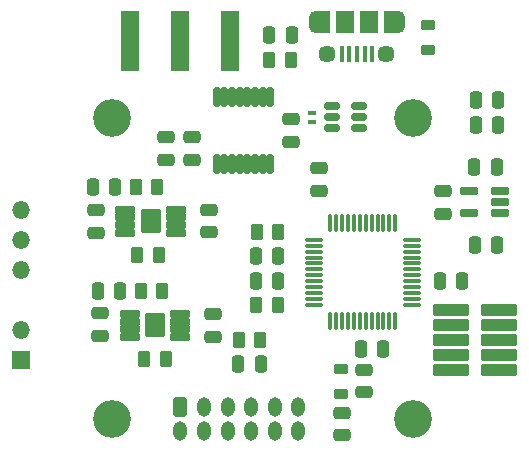
<source format=gbr>
%TF.GenerationSoftware,KiCad,Pcbnew,8.0.8*%
%TF.CreationDate,2025-04-15T16:12:00+02:00*%
%TF.ProjectId,gFocus,67466f63-7573-42e6-9b69-6361645f7063,rev?*%
%TF.SameCoordinates,Original*%
%TF.FileFunction,Soldermask,Top*%
%TF.FilePolarity,Negative*%
%FSLAX46Y46*%
G04 Gerber Fmt 4.6, Leading zero omitted, Abs format (unit mm)*
G04 Created by KiCad (PCBNEW 8.0.8) date 2025-04-15 16:12:00*
%MOMM*%
%LPD*%
G01*
G04 APERTURE LIST*
G04 Aperture macros list*
%AMRoundRect*
0 Rectangle with rounded corners*
0 $1 Rounding radius*
0 $2 $3 $4 $5 $6 $7 $8 $9 X,Y pos of 4 corners*
0 Add a 4 corners polygon primitive as box body*
4,1,4,$2,$3,$4,$5,$6,$7,$8,$9,$2,$3,0*
0 Add four circle primitives for the rounded corners*
1,1,$1+$1,$2,$3*
1,1,$1+$1,$4,$5*
1,1,$1+$1,$6,$7*
1,1,$1+$1,$8,$9*
0 Add four rect primitives between the rounded corners*
20,1,$1+$1,$2,$3,$4,$5,0*
20,1,$1+$1,$4,$5,$6,$7,0*
20,1,$1+$1,$6,$7,$8,$9,0*
20,1,$1+$1,$8,$9,$2,$3,0*%
G04 Aperture macros list end*
%ADD10R,1.500000X1.500000*%
%ADD11O,1.500000X1.500000*%
%ADD12RoundRect,0.250000X0.475000X-0.250000X0.475000X0.250000X-0.475000X0.250000X-0.475000X-0.250000X0*%
%ADD13RoundRect,0.250000X0.250000X0.475000X-0.250000X0.475000X-0.250000X-0.475000X0.250000X-0.475000X0*%
%ADD14RoundRect,0.250000X-0.250000X-0.475000X0.250000X-0.475000X0.250000X0.475000X-0.250000X0.475000X0*%
%ADD15RoundRect,0.250000X0.262500X0.450000X-0.262500X0.450000X-0.262500X-0.450000X0.262500X-0.450000X0*%
%ADD16C,3.200000*%
%ADD17RoundRect,0.250000X-0.475000X0.250000X-0.475000X-0.250000X0.475000X-0.250000X0.475000X0.250000X0*%
%ADD18RoundRect,0.250000X-0.262500X-0.450000X0.262500X-0.450000X0.262500X0.450000X-0.262500X0.450000X0*%
%ADD19R,0.400000X1.350000*%
%ADD20O,1.200000X1.900000*%
%ADD21R,1.200000X1.900000*%
%ADD22C,1.450000*%
%ADD23R,1.500000X1.900000*%
%ADD24RoundRect,0.085500X0.751500X0.256500X-0.751500X0.256500X-0.751500X-0.256500X0.751500X-0.256500X0*%
%ADD25RoundRect,0.102000X0.712500X0.880000X-0.712500X0.880000X-0.712500X-0.880000X0.712500X-0.880000X0*%
%ADD26RoundRect,0.150000X-0.512500X-0.150000X0.512500X-0.150000X0.512500X0.150000X-0.512500X0.150000X0*%
%ADD27RoundRect,0.250000X-0.350000X-0.575000X0.350000X-0.575000X0.350000X0.575000X-0.350000X0.575000X0*%
%ADD28O,1.200000X1.650000*%
%ADD29RoundRect,0.075000X0.075000X-0.662500X0.075000X0.662500X-0.075000X0.662500X-0.075000X-0.662500X0*%
%ADD30RoundRect,0.075000X0.662500X-0.075000X0.662500X0.075000X-0.662500X0.075000X-0.662500X-0.075000X0*%
%ADD31RoundRect,0.102000X1.395000X-0.370000X1.395000X0.370000X-1.395000X0.370000X-1.395000X-0.370000X0*%
%ADD32RoundRect,0.050000X-0.300000X0.150000X-0.300000X-0.150000X0.300000X-0.150000X0.300000X0.150000X0*%
%ADD33RoundRect,0.214900X-0.092100X0.622100X-0.092100X-0.622100X0.092100X-0.622100X0.092100X0.622100X0*%
%ADD34RoundRect,0.218750X-0.381250X0.218750X-0.381250X-0.218750X0.381250X-0.218750X0.381250X0.218750X0*%
%ADD35RoundRect,0.162500X0.617500X0.162500X-0.617500X0.162500X-0.617500X-0.162500X0.617500X-0.162500X0*%
%ADD36R,1.500000X5.080000*%
G04 APERTURE END LIST*
D10*
%TO.C,U1*%
X125500000Y-105382500D03*
D11*
X125500000Y-102842500D03*
X125500000Y-97762500D03*
X125500000Y-95222500D03*
X125500000Y-92682500D03*
%TD*%
D12*
%TO.C,C9*%
X150700000Y-91100000D03*
X150700000Y-89200000D03*
%TD*%
D13*
%TO.C,C7*%
X165850000Y-83400000D03*
X163950000Y-83400000D03*
%TD*%
D14*
%TO.C,C25*%
X146500000Y-77900000D03*
X148400000Y-77900000D03*
%TD*%
D15*
%TO.C,R8*%
X148325000Y-80000000D03*
X146500000Y-80000000D03*
%TD*%
D16*
%TO.C,H2*%
X158650000Y-110400000D03*
%TD*%
D12*
%TO.C,C5*%
X141400000Y-94600000D03*
X141400000Y-92700000D03*
%TD*%
D17*
%TO.C,C10*%
X139900000Y-86550000D03*
X139900000Y-88450000D03*
%TD*%
%TO.C,C12*%
X137700000Y-86550000D03*
X137700000Y-88450000D03*
%TD*%
D12*
%TO.C,C6*%
X141700000Y-103450000D03*
X141700000Y-101550000D03*
%TD*%
D14*
%TO.C,C19*%
X160900000Y-98750000D03*
X162800000Y-98750000D03*
%TD*%
%TO.C,C22*%
X165800000Y-95650000D03*
X163900000Y-95650000D03*
%TD*%
D13*
%TO.C,C17*%
X147250000Y-98750000D03*
X145350000Y-98750000D03*
%TD*%
%TO.C,C23*%
X163850000Y-89100000D03*
X165750000Y-89100000D03*
%TD*%
D18*
%TO.C,R7*%
X145425000Y-94600000D03*
X147250000Y-94600000D03*
%TD*%
D15*
%TO.C,R4*%
X137712500Y-105300000D03*
X135887500Y-105300000D03*
%TD*%
D12*
%TO.C,C14*%
X148300000Y-86950000D03*
X148300000Y-85050000D03*
%TD*%
D19*
%TO.C,J4*%
X155200000Y-79500000D03*
X154550000Y-79500000D03*
X153900000Y-79500000D03*
X153250000Y-79500000D03*
X152600000Y-79500000D03*
D20*
X157400000Y-76800000D03*
D21*
X156800000Y-76800000D03*
D22*
X156400000Y-79500000D03*
D23*
X154900000Y-76800000D03*
X152900000Y-76800000D03*
D22*
X151400000Y-79500000D03*
D21*
X151000000Y-76800000D03*
D20*
X150400000Y-76800000D03*
%TD*%
D12*
%TO.C,C3*%
X131800000Y-94650000D03*
X131800000Y-92750000D03*
%TD*%
D14*
%TO.C,C16*%
X145350000Y-96650000D03*
X147250000Y-96650000D03*
%TD*%
D24*
%TO.C,U3*%
X138600000Y-94650000D03*
X138600000Y-94000000D03*
X138600000Y-93350000D03*
X138600000Y-92700000D03*
X134300000Y-92700000D03*
X134300000Y-93350000D03*
X134300000Y-94000000D03*
X134300000Y-94650000D03*
D25*
X136450000Y-93675000D03*
%TD*%
D17*
%TO.C,C21*%
X152600000Y-109900000D03*
X152600000Y-111800000D03*
%TD*%
D16*
%TO.C,H1*%
X133150000Y-110400000D03*
%TD*%
D26*
%TO.C,U6*%
X151762500Y-83900000D03*
X151762500Y-84850000D03*
X151762500Y-85800000D03*
X154037500Y-85800000D03*
X154037500Y-84850000D03*
X154037500Y-83900000D03*
%TD*%
D14*
%TO.C,C1*%
X131550000Y-90800000D03*
X133450000Y-90800000D03*
%TD*%
D15*
%TO.C,R1*%
X137012500Y-90800000D03*
X135187500Y-90800000D03*
%TD*%
D14*
%TO.C,C8*%
X163950000Y-85500000D03*
X165850000Y-85500000D03*
%TD*%
D17*
%TO.C,C20*%
X154500000Y-106250000D03*
X154500000Y-108150000D03*
%TD*%
D16*
%TO.C,H3*%
X158650000Y-84900000D03*
%TD*%
D12*
%TO.C,C24*%
X161150000Y-91150000D03*
X161150000Y-93050000D03*
%TD*%
D14*
%TO.C,C2*%
X131950000Y-99600000D03*
X133850000Y-99600000D03*
%TD*%
D27*
%TO.C,J3*%
X138945000Y-109400000D03*
D28*
X138945000Y-111400000D03*
X140945000Y-109400000D03*
X140945000Y-111400000D03*
X142945000Y-109400000D03*
X142945000Y-111400000D03*
X144945000Y-109400000D03*
X144945000Y-111400000D03*
X146945000Y-109400000D03*
X146945000Y-111400000D03*
X148945000Y-109400000D03*
X148945000Y-111400000D03*
%TD*%
D16*
%TO.C,H4*%
X133150000Y-84900000D03*
%TD*%
D29*
%TO.C,U5*%
X151650000Y-102162500D03*
X152150000Y-102162500D03*
X152650000Y-102162500D03*
X153150000Y-102162500D03*
X153650000Y-102162500D03*
X154150000Y-102162500D03*
X154650000Y-102162500D03*
X155150000Y-102162500D03*
X155650000Y-102162500D03*
X156150000Y-102162500D03*
X156650000Y-102162500D03*
X157150000Y-102162500D03*
D30*
X158562500Y-100750000D03*
X158562500Y-100250000D03*
X158562500Y-99750000D03*
X158562500Y-99250000D03*
X158562500Y-98750000D03*
X158562500Y-98250000D03*
X158562500Y-97750000D03*
X158562500Y-97250000D03*
X158562500Y-96750000D03*
X158562500Y-96250000D03*
X158562500Y-95750000D03*
X158562500Y-95250000D03*
D29*
X157150000Y-93837500D03*
X156650000Y-93837500D03*
X156150000Y-93837500D03*
X155650000Y-93837500D03*
X155150000Y-93837500D03*
X154650000Y-93837500D03*
X154150000Y-93837500D03*
X153650000Y-93837500D03*
X153150000Y-93837500D03*
X152650000Y-93837500D03*
X152150000Y-93837500D03*
X151650000Y-93837500D03*
D30*
X150237500Y-95250000D03*
X150237500Y-95750000D03*
X150237500Y-96250000D03*
X150237500Y-96750000D03*
X150237500Y-97250000D03*
X150237500Y-97750000D03*
X150237500Y-98250000D03*
X150237500Y-98750000D03*
X150237500Y-99250000D03*
X150237500Y-99750000D03*
X150237500Y-100250000D03*
X150237500Y-100750000D03*
%TD*%
D14*
%TO.C,C18*%
X154250000Y-104450000D03*
X156150000Y-104450000D03*
%TD*%
D31*
%TO.C,J1*%
X165920000Y-106250000D03*
X161850000Y-106250000D03*
X165920000Y-104980000D03*
X161850000Y-104980000D03*
X165920000Y-103710000D03*
X161850000Y-103710000D03*
X165920000Y-102440000D03*
X161850000Y-102440000D03*
X165920000Y-101170000D03*
X161850000Y-101170000D03*
%TD*%
D15*
%TO.C,R2*%
X137112500Y-96500000D03*
X135287500Y-96500000D03*
%TD*%
D32*
%TO.C,D1*%
X150100000Y-84550000D03*
X150100000Y-85250000D03*
%TD*%
D33*
%TO.C,U4*%
X146575000Y-83130000D03*
X145925000Y-83130000D03*
X145275000Y-83130000D03*
X144625000Y-83130000D03*
X143975000Y-83130000D03*
X143325000Y-83130000D03*
X142675000Y-83130000D03*
X142025000Y-83130000D03*
X142025000Y-88870000D03*
X142675000Y-88870000D03*
X143325000Y-88870000D03*
X143975000Y-88870000D03*
X144625000Y-88870000D03*
X145275000Y-88870000D03*
X145925000Y-88870000D03*
X146575000Y-88870000D03*
%TD*%
D18*
%TO.C,R6*%
X145387500Y-100800000D03*
X147212500Y-100800000D03*
%TD*%
D17*
%TO.C,C4*%
X132150000Y-101475000D03*
X132150000Y-103375000D03*
%TD*%
D18*
%TO.C,R5*%
X143887500Y-103700000D03*
X145712500Y-103700000D03*
%TD*%
D34*
%TO.C,L2*%
X152550000Y-106187500D03*
X152550000Y-108312500D03*
%TD*%
D35*
%TO.C,U8*%
X163350000Y-93000000D03*
X163350000Y-91100000D03*
X166050000Y-91100000D03*
X166050000Y-92050000D03*
X166050000Y-93000000D03*
%TD*%
D24*
%TO.C,U2*%
X138950000Y-103475000D03*
X138950000Y-102825000D03*
X138950000Y-102175000D03*
X138950000Y-101525000D03*
X134650000Y-101525000D03*
X134650000Y-102175000D03*
X134650000Y-102825000D03*
X134650000Y-103475000D03*
D25*
X136800000Y-102500000D03*
%TD*%
D15*
%TO.C,R3*%
X137412500Y-99600000D03*
X135587500Y-99600000D03*
%TD*%
D13*
%TO.C,C15*%
X145762500Y-105800000D03*
X143862500Y-105800000D03*
%TD*%
D34*
%TO.C,L1*%
X159900000Y-77037500D03*
X159900000Y-79162500D03*
%TD*%
D36*
%TO.C,J2*%
X138900000Y-78400000D03*
X134650000Y-78400000D03*
X143150000Y-78400000D03*
%TD*%
M02*

</source>
